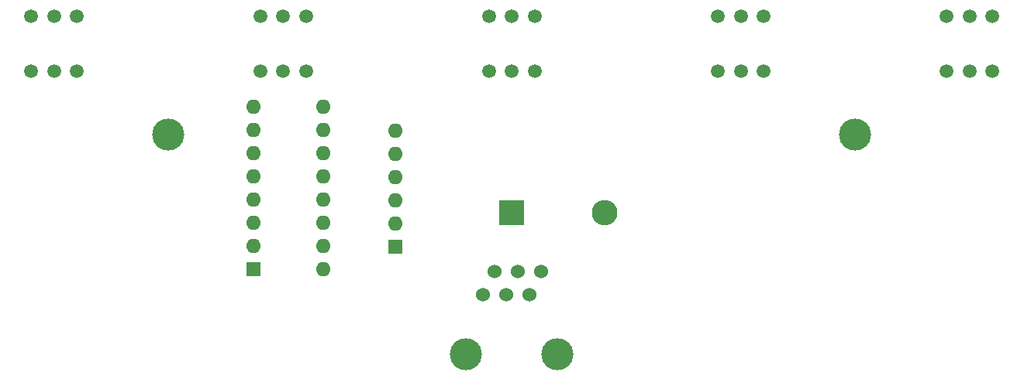
<source format=gbr>
G04 #@! TF.GenerationSoftware,KiCad,Pcbnew,(5.0.0-3-g5ebb6b6)*
G04 #@! TF.CreationDate,2018-09-13T10:32:13-05:00*
G04 #@! TF.ProjectId,Timer,54696D65722E6B696361645F70636200,rev?*
G04 #@! TF.SameCoordinates,PX93be440PYab8df80*
G04 #@! TF.FileFunction,Copper,L2,Bot,Signal*
G04 #@! TF.FilePolarity,Positive*
%FSLAX46Y46*%
G04 Gerber Fmt 4.6, Leading zero omitted, Abs format (unit mm)*
G04 Created by KiCad (PCBNEW (5.0.0-3-g5ebb6b6)) date Thursday, September 13, 2018 at 10:32:13 AM*
%MOMM*%
%LPD*%
G01*
G04 APERTURE LIST*
G04 #@! TA.AperFunction,WasherPad*
%ADD10C,3.500000*%
G04 #@! TD*
G04 #@! TA.AperFunction,ComponentPad*
%ADD11C,1.524000*%
G04 #@! TD*
G04 #@! TA.AperFunction,ComponentPad*
%ADD12O,1.600000X1.600000*%
G04 #@! TD*
G04 #@! TA.AperFunction,ComponentPad*
%ADD13R,1.600000X1.600000*%
G04 #@! TD*
G04 #@! TA.AperFunction,ComponentPad*
%ADD14C,1.500000*%
G04 #@! TD*
G04 #@! TA.AperFunction,ComponentPad*
%ADD15O,2.800000X2.800000*%
G04 #@! TD*
G04 #@! TA.AperFunction,ComponentPad*
%ADD16R,2.800000X2.800000*%
G04 #@! TD*
G04 APERTURE END LIST*
D10*
G04 #@! TO.P,CN1,*
G04 #@! TO.N,*
X-49920000Y6000000D03*
X-59920000Y6000000D03*
D11*
G04 #@! TO.P,CN1,6*
G04 #@! TO.N,N/C*
X-51770000Y15000000D03*
G04 #@! TO.P,CN1,5*
G04 #@! TO.N,GND*
X-53031000Y12500000D03*
G04 #@! TO.P,CN1,4*
G04 #@! TO.N,Net-(C3-Pad1)*
X-54290000Y15000000D03*
G04 #@! TO.P,CN1,3*
G04 #@! TO.N,Net-(CN1-Pad3)*
X-55550000Y12500000D03*
G04 #@! TO.P,CN1,2*
G04 #@! TO.N,Net-(CN1-Pad2)*
X-56810000Y15000000D03*
G04 #@! TO.P,CN1,1*
G04 #@! TO.N,N/C*
X-58070000Y12500000D03*
G04 #@! TD*
D12*
G04 #@! TO.P,RN1,6*
G04 #@! TO.N,N/C*
X-67670000Y30450000D03*
G04 #@! TO.P,RN1,5*
G04 #@! TO.N,Net-(RN1-Pad5)*
X-67670000Y27910000D03*
G04 #@! TO.P,RN1,4*
G04 #@! TO.N,Net-(RN1-Pad4)*
X-67670000Y25370000D03*
G04 #@! TO.P,RN1,3*
G04 #@! TO.N,Net-(RN1-Pad3)*
X-67670000Y22830000D03*
G04 #@! TO.P,RN1,2*
G04 #@! TO.N,Net-(RN1-Pad2)*
X-67670000Y20290000D03*
D13*
G04 #@! TO.P,RN1,1*
G04 #@! TO.N,+3V3*
X-67670000Y17750000D03*
G04 #@! TD*
D14*
G04 #@! TO.P,S5,4*
G04 #@! TO.N,N/C*
X-102420000Y43000000D03*
G04 #@! TO.P,S5,5*
X-104920000Y43000000D03*
G04 #@! TO.P,S5,6*
X-107420000Y43000000D03*
G04 #@! TO.P,S5,1*
G04 #@! TO.N,Net-(R6-Pad2)*
X-107420000Y37000000D03*
G04 #@! TO.P,S5,2*
G04 #@! TO.N,GND*
X-104920000Y37000000D03*
G04 #@! TO.P,S5,3*
G04 #@! TO.N,N/C*
X-102420000Y37000000D03*
G04 #@! TD*
G04 #@! TO.P,S1,4*
G04 #@! TO.N,N/C*
X-77420000Y43000000D03*
G04 #@! TO.P,S1,5*
X-79920000Y43000000D03*
G04 #@! TO.P,S1,6*
X-82420000Y43000000D03*
G04 #@! TO.P,S1,1*
G04 #@! TO.N,Net-(RN1-Pad5)*
X-82420000Y37000000D03*
G04 #@! TO.P,S1,2*
G04 #@! TO.N,GND*
X-79920000Y37000000D03*
G04 #@! TO.P,S1,3*
G04 #@! TO.N,N/C*
X-77420000Y37000000D03*
G04 #@! TD*
G04 #@! TO.P,S2,4*
G04 #@! TO.N,N/C*
X-52420000Y43000000D03*
G04 #@! TO.P,S2,5*
X-54920000Y43000000D03*
G04 #@! TO.P,S2,6*
X-57420000Y43000000D03*
G04 #@! TO.P,S2,1*
G04 #@! TO.N,Net-(RN1-Pad4)*
X-57420000Y37000000D03*
G04 #@! TO.P,S2,2*
G04 #@! TO.N,GND*
X-54920000Y37000000D03*
G04 #@! TO.P,S2,3*
G04 #@! TO.N,N/C*
X-52420000Y37000000D03*
G04 #@! TD*
G04 #@! TO.P,S3,4*
G04 #@! TO.N,N/C*
X-27420000Y43000000D03*
G04 #@! TO.P,S3,5*
X-29920000Y43000000D03*
G04 #@! TO.P,S3,6*
X-32420000Y43000000D03*
G04 #@! TO.P,S3,1*
G04 #@! TO.N,Net-(RN1-Pad3)*
X-32420000Y37000000D03*
G04 #@! TO.P,S3,2*
G04 #@! TO.N,GND*
X-29920000Y37000000D03*
G04 #@! TO.P,S3,3*
G04 #@! TO.N,N/C*
X-27420000Y37000000D03*
G04 #@! TD*
G04 #@! TO.P,S4,4*
G04 #@! TO.N,N/C*
X-2420000Y43000000D03*
G04 #@! TO.P,S4,5*
X-4920000Y43000000D03*
G04 #@! TO.P,S4,6*
X-7420000Y43000000D03*
G04 #@! TO.P,S4,1*
G04 #@! TO.N,GND*
X-7420000Y37000000D03*
G04 #@! TO.P,S4,2*
G04 #@! TO.N,Net-(RN1-Pad2)*
X-4920000Y37000000D03*
G04 #@! TO.P,S4,3*
G04 #@! TO.N,N/C*
X-2420000Y37000000D03*
G04 #@! TD*
D12*
G04 #@! TO.P,U2,16*
G04 #@! TO.N,+3V3*
X-75550000Y15250000D03*
G04 #@! TO.P,U2,8*
G04 #@! TO.N,GND*
X-83170000Y33030000D03*
G04 #@! TO.P,U2,15*
X-75550000Y17790000D03*
G04 #@! TO.P,U2,7*
G04 #@! TO.N,N/C*
X-83170000Y30490000D03*
G04 #@! TO.P,U2,14*
G04 #@! TO.N,Net-(RN1-Pad2)*
X-75550000Y20330000D03*
G04 #@! TO.P,U2,6*
G04 #@! TO.N,Net-(R6-Pad2)*
X-83170000Y27950000D03*
G04 #@! TO.P,U2,13*
G04 #@! TO.N,Net-(RN1-Pad3)*
X-75550000Y22870000D03*
G04 #@! TO.P,U2,5*
G04 #@! TO.N,GND*
X-83170000Y25410000D03*
G04 #@! TO.P,U2,12*
G04 #@! TO.N,Net-(RN1-Pad4)*
X-75550000Y25410000D03*
G04 #@! TO.P,U2,4*
G04 #@! TO.N,GND*
X-83170000Y22870000D03*
G04 #@! TO.P,U2,11*
G04 #@! TO.N,Net-(RN1-Pad5)*
X-75550000Y27950000D03*
G04 #@! TO.P,U2,3*
G04 #@! TO.N,+3V3*
X-83170000Y20330000D03*
G04 #@! TO.P,U2,10*
G04 #@! TO.N,GND*
X-75550000Y30490000D03*
G04 #@! TO.P,U2,2*
G04 #@! TO.N,/CLK*
X-83170000Y17790000D03*
G04 #@! TO.P,U2,9*
G04 #@! TO.N,/Q*
X-75550000Y33030000D03*
D13*
G04 #@! TO.P,U2,1*
G04 #@! TO.N,/~LOAD~*
X-83170000Y15250000D03*
G04 #@! TD*
D15*
G04 #@! TO.P,D2,2*
G04 #@! TO.N,Net-(D2-Pad2)*
X-44760000Y21500000D03*
D16*
G04 #@! TO.P,D2,1*
G04 #@! TO.N,GND*
X-54920000Y21500000D03*
G04 #@! TD*
D10*
G04 #@! TO.P,REF\002A\002A,*
G04 #@! TO.N,*
X-92420000Y30000000D03*
G04 #@! TD*
G04 #@! TO.P,REF\002A\002A,*
G04 #@! TO.N,*
X-17420000Y30000000D03*
G04 #@! TD*
M02*

</source>
